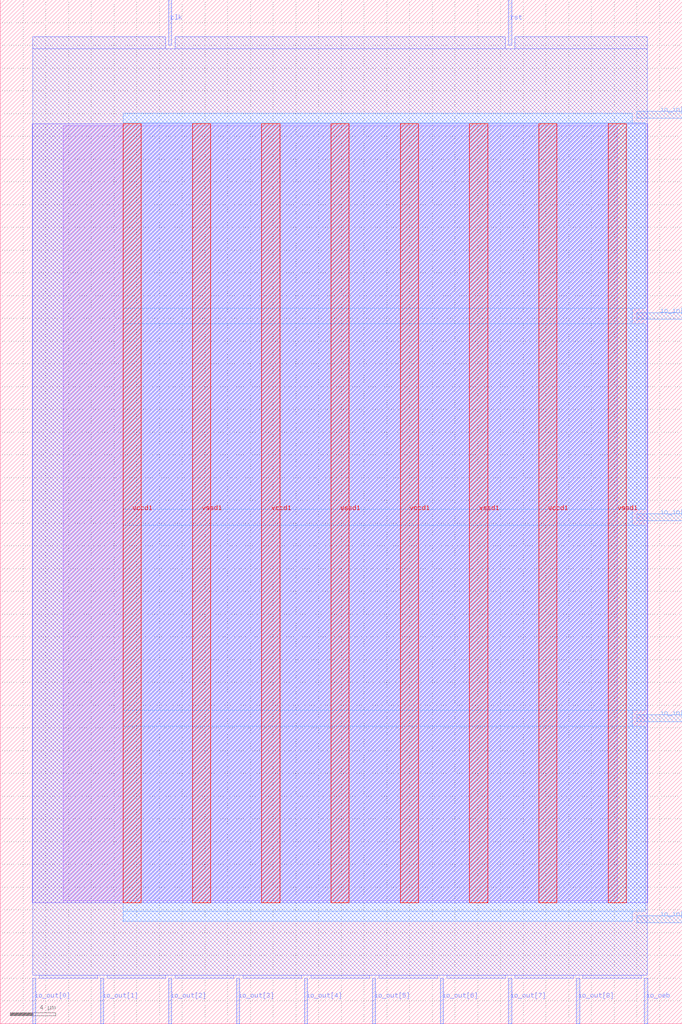
<source format=lef>
VERSION 5.7 ;
  NOWIREEXTENSIONATPIN ON ;
  DIVIDERCHAR "/" ;
  BUSBITCHARS "[]" ;
MACRO wrapped_MC14500
  CLASS BLOCK ;
  FOREIGN wrapped_MC14500 ;
  ORIGIN 0.000 0.000 ;
  SIZE 60.000 BY 90.000 ;
  PIN clk
    DIRECTION INPUT ;
    USE SIGNAL ;
    PORT
      LAYER met2 ;
        RECT 14.810 86.000 15.090 90.000 ;
    END
  END clk
  PIN io_in[0]
    DIRECTION INPUT ;
    USE SIGNAL ;
    PORT
      LAYER met3 ;
        RECT 56.000 8.880 60.000 9.480 ;
    END
  END io_in[0]
  PIN io_in[1]
    DIRECTION INPUT ;
    USE SIGNAL ;
    PORT
      LAYER met3 ;
        RECT 56.000 26.560 60.000 27.160 ;
    END
  END io_in[1]
  PIN io_in[2]
    DIRECTION INPUT ;
    USE SIGNAL ;
    PORT
      LAYER met3 ;
        RECT 56.000 44.240 60.000 44.840 ;
    END
  END io_in[2]
  PIN io_in[3]
    DIRECTION INPUT ;
    USE SIGNAL ;
    PORT
      LAYER met3 ;
        RECT 56.000 61.920 60.000 62.520 ;
    END
  END io_in[3]
  PIN io_in[4]
    DIRECTION INPUT ;
    USE SIGNAL ;
    PORT
      LAYER met3 ;
        RECT 56.000 79.600 60.000 80.200 ;
    END
  END io_in[4]
  PIN io_oeb
    DIRECTION OUTPUT TRISTATE ;
    USE SIGNAL ;
    PORT
      LAYER met2 ;
        RECT 56.670 0.000 56.950 4.000 ;
    END
  END io_oeb
  PIN io_out[0]
    DIRECTION OUTPUT TRISTATE ;
    USE SIGNAL ;
    PORT
      LAYER met2 ;
        RECT 2.850 0.000 3.130 4.000 ;
    END
  END io_out[0]
  PIN io_out[1]
    DIRECTION OUTPUT TRISTATE ;
    USE SIGNAL ;
    PORT
      LAYER met2 ;
        RECT 8.830 0.000 9.110 4.000 ;
    END
  END io_out[1]
  PIN io_out[2]
    DIRECTION OUTPUT TRISTATE ;
    USE SIGNAL ;
    PORT
      LAYER met2 ;
        RECT 14.810 0.000 15.090 4.000 ;
    END
  END io_out[2]
  PIN io_out[3]
    DIRECTION OUTPUT TRISTATE ;
    USE SIGNAL ;
    PORT
      LAYER met2 ;
        RECT 20.790 0.000 21.070 4.000 ;
    END
  END io_out[3]
  PIN io_out[4]
    DIRECTION OUTPUT TRISTATE ;
    USE SIGNAL ;
    PORT
      LAYER met2 ;
        RECT 26.770 0.000 27.050 4.000 ;
    END
  END io_out[4]
  PIN io_out[5]
    DIRECTION OUTPUT TRISTATE ;
    USE SIGNAL ;
    PORT
      LAYER met2 ;
        RECT 32.750 0.000 33.030 4.000 ;
    END
  END io_out[5]
  PIN io_out[6]
    DIRECTION OUTPUT TRISTATE ;
    USE SIGNAL ;
    PORT
      LAYER met2 ;
        RECT 38.730 0.000 39.010 4.000 ;
    END
  END io_out[6]
  PIN io_out[7]
    DIRECTION OUTPUT TRISTATE ;
    USE SIGNAL ;
    PORT
      LAYER met2 ;
        RECT 44.710 0.000 44.990 4.000 ;
    END
  END io_out[7]
  PIN io_out[8]
    DIRECTION OUTPUT TRISTATE ;
    USE SIGNAL ;
    PORT
      LAYER met2 ;
        RECT 50.690 0.000 50.970 4.000 ;
    END
  END io_out[8]
  PIN rst
    DIRECTION INPUT ;
    USE SIGNAL ;
    PORT
      LAYER met2 ;
        RECT 44.710 86.000 44.990 90.000 ;
    END
  END rst
  PIN vccd1
    DIRECTION INOUT ;
    USE POWER ;
    PORT
      LAYER met4 ;
        RECT 10.815 10.640 12.415 79.120 ;
    END
    PORT
      LAYER met4 ;
        RECT 23.005 10.640 24.605 79.120 ;
    END
    PORT
      LAYER met4 ;
        RECT 35.195 10.640 36.795 79.120 ;
    END
    PORT
      LAYER met4 ;
        RECT 47.385 10.640 48.985 79.120 ;
    END
  END vccd1
  PIN vssd1
    DIRECTION INOUT ;
    USE GROUND ;
    PORT
      LAYER met4 ;
        RECT 16.910 10.640 18.510 79.120 ;
    END
    PORT
      LAYER met4 ;
        RECT 29.100 10.640 30.700 79.120 ;
    END
    PORT
      LAYER met4 ;
        RECT 41.290 10.640 42.890 79.120 ;
    END
    PORT
      LAYER met4 ;
        RECT 53.480 10.640 55.080 79.120 ;
    END
  END vssd1
  OBS
      LAYER li1 ;
        RECT 5.520 10.795 54.280 78.965 ;
      LAYER met1 ;
        RECT 2.830 10.640 56.970 79.120 ;
      LAYER met2 ;
        RECT 2.860 85.720 14.530 86.770 ;
        RECT 15.370 85.720 44.430 86.770 ;
        RECT 45.270 85.720 56.940 86.770 ;
        RECT 2.860 4.280 56.940 85.720 ;
        RECT 3.410 4.000 8.550 4.280 ;
        RECT 9.390 4.000 14.530 4.280 ;
        RECT 15.370 4.000 20.510 4.280 ;
        RECT 21.350 4.000 26.490 4.280 ;
        RECT 27.330 4.000 32.470 4.280 ;
        RECT 33.310 4.000 38.450 4.280 ;
        RECT 39.290 4.000 44.430 4.280 ;
        RECT 45.270 4.000 50.410 4.280 ;
        RECT 51.250 4.000 56.390 4.280 ;
      LAYER met3 ;
        RECT 10.825 79.200 55.600 80.065 ;
        RECT 10.825 62.920 56.730 79.200 ;
        RECT 10.825 61.520 55.600 62.920 ;
        RECT 10.825 45.240 56.730 61.520 ;
        RECT 10.825 43.840 55.600 45.240 ;
        RECT 10.825 27.560 56.730 43.840 ;
        RECT 10.825 26.160 55.600 27.560 ;
        RECT 10.825 9.880 56.730 26.160 ;
        RECT 10.825 9.015 55.600 9.880 ;
  END
END wrapped_MC14500
END LIBRARY


</source>
